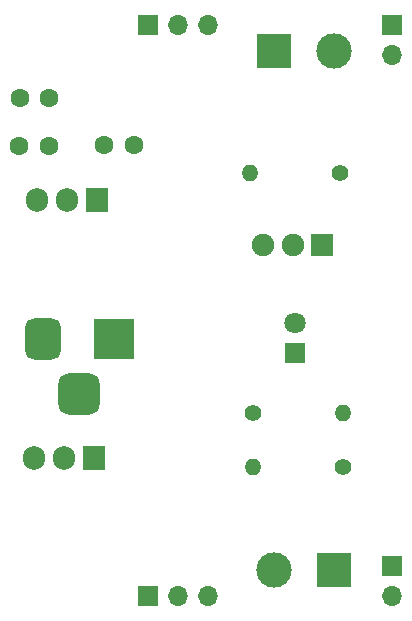
<source format=gts>
%TF.GenerationSoftware,KiCad,Pcbnew,(6.0.7-1)-1*%
%TF.CreationDate,2022-08-29T03:00:19-07:00*%
%TF.ProjectId,BB_Power_Supply,42425f50-6f77-4657-925f-537570706c79,1*%
%TF.SameCoordinates,Original*%
%TF.FileFunction,Soldermask,Top*%
%TF.FilePolarity,Negative*%
%FSLAX46Y46*%
G04 Gerber Fmt 4.6, Leading zero omitted, Abs format (unit mm)*
G04 Created by KiCad (PCBNEW (6.0.7-1)-1) date 2022-08-29 03:00:19*
%MOMM*%
%LPD*%
G01*
G04 APERTURE LIST*
G04 Aperture macros list*
%AMRoundRect*
0 Rectangle with rounded corners*
0 $1 Rounding radius*
0 $2 $3 $4 $5 $6 $7 $8 $9 X,Y pos of 4 corners*
0 Add a 4 corners polygon primitive as box body*
4,1,4,$2,$3,$4,$5,$6,$7,$8,$9,$2,$3,0*
0 Add four circle primitives for the rounded corners*
1,1,$1+$1,$2,$3*
1,1,$1+$1,$4,$5*
1,1,$1+$1,$6,$7*
1,1,$1+$1,$8,$9*
0 Add four rect primitives between the rounded corners*
20,1,$1+$1,$2,$3,$4,$5,0*
20,1,$1+$1,$4,$5,$6,$7,0*
20,1,$1+$1,$6,$7,$8,$9,0*
20,1,$1+$1,$8,$9,$2,$3,0*%
G04 Aperture macros list end*
%ADD10R,3.500000X3.500000*%
%ADD11RoundRect,0.750000X-0.750000X-1.000000X0.750000X-1.000000X0.750000X1.000000X-0.750000X1.000000X0*%
%ADD12RoundRect,0.875000X-0.875000X-0.875000X0.875000X-0.875000X0.875000X0.875000X-0.875000X0.875000X0*%
%ADD13C,1.600000*%
%ADD14R,1.900000X1.900000*%
%ADD15C,1.900000*%
%ADD16C,1.400000*%
%ADD17O,1.400000X1.400000*%
%ADD18R,1.905000X2.000000*%
%ADD19O,1.905000X2.000000*%
%ADD20R,1.700000X1.700000*%
%ADD21O,1.700000X1.700000*%
%ADD22C,1.800000*%
%ADD23R,1.800000X1.800000*%
%ADD24C,3.000000*%
%ADD25R,3.000000X3.000000*%
G04 APERTURE END LIST*
D10*
%TO.C,J1*%
X136098800Y-94444900D03*
D11*
X130098800Y-94444900D03*
D12*
X133098800Y-99144900D03*
%TD*%
D13*
%TO.C,C1*%
X128086800Y-74066400D03*
X130586800Y-74066400D03*
%TD*%
D14*
%TO.C,S1*%
X153720800Y-86512400D03*
D15*
X151220800Y-86512400D03*
X148720800Y-86512400D03*
%TD*%
D16*
%TO.C,R3*%
X155498800Y-105308400D03*
D17*
X147878800Y-105308400D03*
%TD*%
D18*
%TO.C,U2*%
X134670800Y-82702400D03*
D19*
X132130800Y-82702400D03*
X129590800Y-82702400D03*
%TD*%
D16*
%TO.C,R1*%
X155244800Y-80416400D03*
D17*
X147624800Y-80416400D03*
%TD*%
D20*
%TO.C,J5*%
X138988800Y-67861400D03*
D21*
X141528800Y-67861400D03*
X144068800Y-67861400D03*
%TD*%
D13*
%TO.C,C2*%
X137749600Y-78079600D03*
X135249600Y-78079600D03*
%TD*%
D19*
%TO.C,U1*%
X129336800Y-104546400D03*
X131876800Y-104546400D03*
D18*
X134416800Y-104546400D03*
%TD*%
D22*
%TO.C,D1*%
X151434800Y-93121400D03*
D23*
X151434800Y-95661400D03*
%TD*%
D20*
%TO.C,J2*%
X138988800Y-116238000D03*
D21*
X141528800Y-116238000D03*
X144068800Y-116238000D03*
%TD*%
D16*
%TO.C,R2*%
X147878800Y-100736400D03*
D17*
X155498800Y-100736400D03*
%TD*%
D21*
%TO.C,J3*%
X159652800Y-116228000D03*
D20*
X159652800Y-113688000D03*
%TD*%
%TO.C,J6*%
X159652800Y-67863800D03*
D21*
X159652800Y-70403800D03*
%TD*%
D24*
%TO.C,J7*%
X154736800Y-70061400D03*
D25*
X149656800Y-70061400D03*
%TD*%
D24*
%TO.C,J4*%
X149656800Y-114038000D03*
D25*
X154736800Y-114038000D03*
%TD*%
D13*
%TO.C,C3*%
X130566800Y-78130400D03*
X128066800Y-78130400D03*
%TD*%
M02*

</source>
